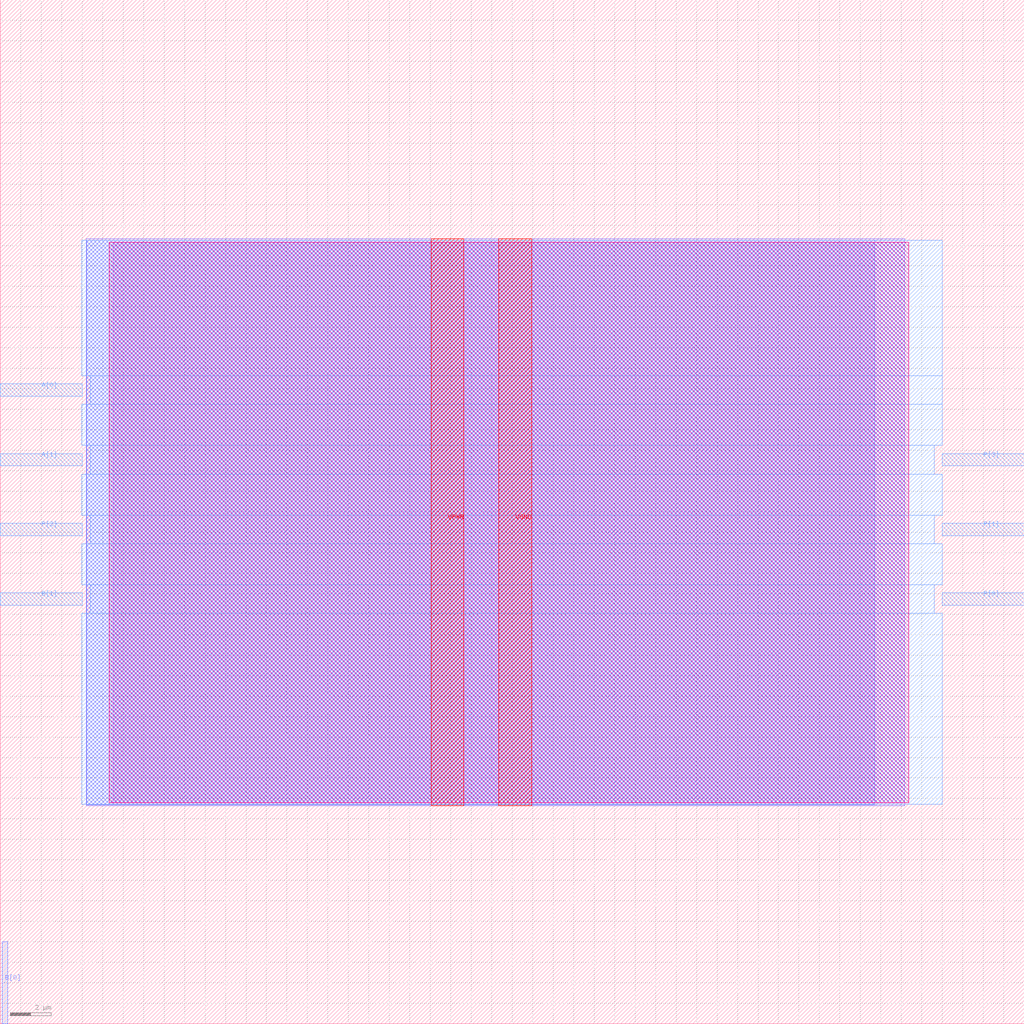
<source format=lef>
VERSION 5.7 ;
  NOWIREEXTENSIONATPIN ON ;
  DIVIDERCHAR "/" ;
  BUSBITCHARS "[]" ;
MACRO SARSA_RUIDO_VENTAJA_e5
  CLASS BLOCK ;
  FOREIGN SARSA_RUIDO_VENTAJA_e5 ;
  ORIGIN 0.000 0.000 ;
  SIZE 50.000 BY 50.000 ;
  PIN A[0]
    DIRECTION INPUT ;
    USE SIGNAL ;
    ANTENNAGATEAREA 0.196500 ;
    PORT
      LAYER met3 ;
        RECT 0.000 30.640 4.000 31.240 ;
    END
  END A[0]
  PIN A[1]
    DIRECTION INPUT ;
    USE SIGNAL ;
    ANTENNAGATEAREA 0.196500 ;
    PORT
      LAYER met3 ;
        RECT 0.000 27.240 4.000 27.840 ;
    END
  END A[1]
  PIN B[0]
    DIRECTION INPUT ;
    USE SIGNAL ;
    PORT
      LAYER met2 ;
        RECT 0.090 0.000 0.370 4.000 ;
    END
  END B[0]
  PIN B[1]
    DIRECTION INPUT ;
    USE SIGNAL ;
    ANTENNAGATEAREA 0.196500 ;
    PORT
      LAYER met3 ;
        RECT 0.000 20.440 4.000 21.040 ;
    END
  END B[1]
  PIN P[0]
    DIRECTION OUTPUT ;
    USE SIGNAL ;
    ANTENNADIFFAREA 0.445500 ;
    PORT
      LAYER met3 ;
        RECT 46.000 20.440 50.000 21.040 ;
    END
  END P[0]
  PIN P[1]
    DIRECTION OUTPUT ;
    USE SIGNAL ;
    ANTENNADIFFAREA 0.445500 ;
    PORT
      LAYER met3 ;
        RECT 46.000 23.840 50.000 24.440 ;
    END
  END P[1]
  PIN P[2]
    DIRECTION OUTPUT ;
    USE SIGNAL ;
    ANTENNADIFFAREA 0.445500 ;
    PORT
      LAYER met3 ;
        RECT 0.000 23.840 4.000 24.440 ;
    END
  END P[2]
  PIN P[3]
    DIRECTION OUTPUT ;
    USE SIGNAL ;
    PORT
      LAYER met3 ;
        RECT 46.000 27.240 50.000 27.840 ;
    END
  END P[3]
  PIN VGND
    DIRECTION INOUT ;
    USE GROUND ;
    PORT
      LAYER met4 ;
        RECT 24.340 10.640 25.940 38.320 ;
    END
  END VGND
  PIN VPWR
    DIRECTION INOUT ;
    USE POWER ;
    PORT
      LAYER met4 ;
        RECT 21.040 10.640 22.640 38.320 ;
    END
  END VPWR
  OBS
      LAYER nwell ;
        RECT 5.330 10.795 44.350 38.165 ;
      LAYER li1 ;
        RECT 5.520 10.795 44.160 38.165 ;
      LAYER met1 ;
        RECT 4.210 10.640 44.160 38.320 ;
      LAYER met2 ;
        RECT 4.230 10.695 42.690 38.265 ;
      LAYER met3 ;
        RECT 3.990 31.640 46.000 38.245 ;
        RECT 4.400 30.240 46.000 31.640 ;
        RECT 3.990 28.240 46.000 30.240 ;
        RECT 4.400 26.840 45.600 28.240 ;
        RECT 3.990 24.840 46.000 26.840 ;
        RECT 4.400 23.440 45.600 24.840 ;
        RECT 3.990 21.440 46.000 23.440 ;
        RECT 4.400 20.040 45.600 21.440 ;
        RECT 3.990 10.715 46.000 20.040 ;
  END
END SARSA_RUIDO_VENTAJA_e5
END LIBRARY


</source>
